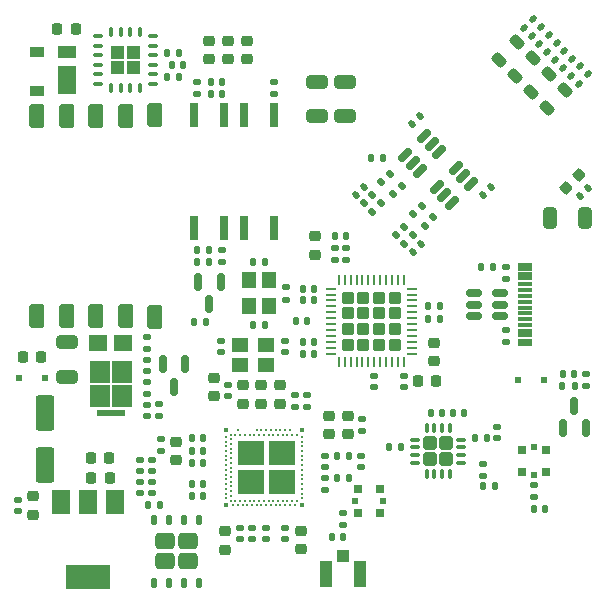
<source format=gtp>
G04 #@! TF.GenerationSoftware,KiCad,Pcbnew,(6.0.9)*
G04 #@! TF.CreationDate,2022-11-26T18:32:43+01:00*
G04 #@! TF.ProjectId,repeat-hw,72657065-6174-42d6-9877-2e6b69636164,rev?*
G04 #@! TF.SameCoordinates,Original*
G04 #@! TF.FileFunction,Paste,Top*
G04 #@! TF.FilePolarity,Positive*
%FSLAX46Y46*%
G04 Gerber Fmt 4.6, Leading zero omitted, Abs format (unit mm)*
G04 Created by KiCad (PCBNEW (6.0.9)) date 2022-11-26 18:32:43*
%MOMM*%
%LPD*%
G01*
G04 APERTURE LIST*
G04 Aperture macros list*
%AMRoundRect*
0 Rectangle with rounded corners*
0 $1 Rounding radius*
0 $2 $3 $4 $5 $6 $7 $8 $9 X,Y pos of 4 corners*
0 Add a 4 corners polygon primitive as box body*
4,1,4,$2,$3,$4,$5,$6,$7,$8,$9,$2,$3,0*
0 Add four circle primitives for the rounded corners*
1,1,$1+$1,$2,$3*
1,1,$1+$1,$4,$5*
1,1,$1+$1,$6,$7*
1,1,$1+$1,$8,$9*
0 Add four rect primitives between the rounded corners*
20,1,$1+$1,$2,$3,$4,$5,0*
20,1,$1+$1,$4,$5,$6,$7,0*
20,1,$1+$1,$6,$7,$8,$9,0*
20,1,$1+$1,$8,$9,$2,$3,0*%
G04 Aperture macros list end*
%ADD10C,0.400000*%
%ADD11R,2.200000X2.000000*%
%ADD12C,0.250000*%
%ADD13C,0.200000*%
%ADD14RoundRect,0.225000X0.250000X-0.225000X0.250000X0.225000X-0.250000X0.225000X-0.250000X-0.225000X0*%
%ADD15RoundRect,0.135000X0.185000X-0.135000X0.185000X0.135000X-0.185000X0.135000X-0.185000X-0.135000X0*%
%ADD16R,1.500000X2.400000*%
%ADD17R,1.500000X1.050000*%
%ADD18RoundRect,0.135000X0.035355X-0.226274X0.226274X-0.035355X-0.035355X0.226274X-0.226274X0.035355X0*%
%ADD19RoundRect,0.140000X-0.219203X-0.021213X-0.021213X-0.219203X0.219203X0.021213X0.021213X0.219203X0*%
%ADD20RoundRect,0.140000X0.140000X0.170000X-0.140000X0.170000X-0.140000X-0.170000X0.140000X-0.170000X0*%
%ADD21RoundRect,0.135000X-0.035355X0.226274X-0.226274X0.035355X0.035355X-0.226274X0.226274X-0.035355X0*%
%ADD22RoundRect,0.150000X-0.256326X-0.468458X0.468458X0.256326X0.256326X0.468458X-0.468458X-0.256326X0*%
%ADD23RoundRect,0.218750X-0.114905X0.424264X-0.424264X0.114905X0.114905X-0.424264X0.424264X-0.114905X0*%
%ADD24RoundRect,0.140000X-0.170000X0.140000X-0.170000X-0.140000X0.170000X-0.140000X0.170000X0.140000X0*%
%ADD25RoundRect,0.140000X-0.140000X-0.170000X0.140000X-0.170000X0.140000X0.170000X-0.140000X0.170000X0*%
%ADD26RoundRect,0.135000X-0.135000X-0.185000X0.135000X-0.185000X0.135000X0.185000X-0.135000X0.185000X0*%
%ADD27RoundRect,0.225000X-0.250000X0.225000X-0.250000X-0.225000X0.250000X-0.225000X0.250000X0.225000X0*%
%ADD28RoundRect,0.250000X0.650000X-0.325000X0.650000X0.325000X-0.650000X0.325000X-0.650000X-0.325000X0*%
%ADD29RoundRect,0.225000X-0.225000X-0.250000X0.225000X-0.250000X0.225000X0.250000X-0.225000X0.250000X0*%
%ADD30RoundRect,0.140000X0.170000X-0.140000X0.170000X0.140000X-0.170000X0.140000X-0.170000X-0.140000X0*%
%ADD31R,1.200000X0.900000*%
%ADD32R,0.640000X2.000000*%
%ADD33RoundRect,0.135000X-0.185000X0.135000X-0.185000X-0.135000X0.185000X-0.135000X0.185000X0.135000X0*%
%ADD34RoundRect,0.150000X-0.150000X0.587500X-0.150000X-0.587500X0.150000X-0.587500X0.150000X0.587500X0*%
%ADD35RoundRect,0.140000X0.219203X0.021213X0.021213X0.219203X-0.219203X-0.021213X-0.021213X-0.219203X0*%
%ADD36R,0.500000X0.500000*%
%ADD37R,1.150000X0.300000*%
%ADD38RoundRect,0.250000X-0.285000X0.285000X-0.285000X-0.285000X0.285000X-0.285000X0.285000X0.285000X0*%
%ADD39RoundRect,0.062500X-0.062500X0.337500X-0.062500X-0.337500X0.062500X-0.337500X0.062500X0.337500X0*%
%ADD40RoundRect,0.062500X-0.337500X0.062500X-0.337500X-0.062500X0.337500X-0.062500X0.337500X0.062500X0*%
%ADD41RoundRect,0.218750X0.256250X-0.218750X0.256250X0.218750X-0.256250X0.218750X-0.256250X-0.218750X0*%
%ADD42O,0.300000X0.950000*%
%ADD43O,0.950000X0.300000*%
%ADD44RoundRect,0.250000X-0.550000X1.250000X-0.550000X-1.250000X0.550000X-1.250000X0.550000X1.250000X0*%
%ADD45RoundRect,0.135000X0.135000X0.185000X-0.135000X0.185000X-0.135000X-0.185000X0.135000X-0.185000X0*%
%ADD46R,1.000000X1.050000*%
%ADD47R,1.050000X2.200000*%
%ADD48RoundRect,0.225000X0.017678X-0.335876X0.335876X-0.017678X-0.017678X0.335876X-0.335876X0.017678X0*%
%ADD49RoundRect,0.250000X0.325000X0.650000X-0.325000X0.650000X-0.325000X-0.650000X0.325000X-0.650000X0*%
%ADD50RoundRect,0.250000X0.555000X-0.435000X0.555000X0.435000X-0.555000X0.435000X-0.555000X-0.435000X0*%
%ADD51RoundRect,0.125000X0.125000X-0.262500X0.125000X0.262500X-0.125000X0.262500X-0.125000X-0.262500X0*%
%ADD52RoundRect,0.127000X-0.508000X0.888000X-0.508000X-0.888000X0.508000X-0.888000X0.508000X0.888000X0*%
%ADD53RoundRect,0.140000X-0.021213X0.219203X-0.219203X0.021213X0.021213X-0.219203X0.219203X-0.021213X0*%
%ADD54R,1.400000X1.200000*%
%ADD55R,1.500000X2.000000*%
%ADD56R,3.800000X2.000000*%
%ADD57R,1.700000X1.900000*%
%ADD58R,2.400000X0.600000*%
%ADD59R,1.600000X1.440000*%
%ADD60RoundRect,0.150000X0.150000X-0.587500X0.150000X0.587500X-0.150000X0.587500X-0.150000X-0.587500X0*%
%ADD61R,1.200000X1.400000*%
%ADD62R,0.580000X0.500000*%
%ADD63R,0.800000X0.750000*%
%ADD64RoundRect,0.150000X-0.512500X-0.150000X0.512500X-0.150000X0.512500X0.150000X-0.512500X0.150000X0*%
%ADD65R,0.500000X0.580000*%
%ADD66R,0.750000X0.800000*%
%ADD67RoundRect,0.250000X0.335000X0.335000X-0.335000X0.335000X-0.335000X-0.335000X0.335000X-0.335000X0*%
%ADD68RoundRect,0.075000X0.337500X0.075000X-0.337500X0.075000X-0.337500X-0.075000X0.337500X-0.075000X0*%
%ADD69RoundRect,0.075000X0.075000X0.337500X-0.075000X0.337500X-0.075000X-0.337500X0.075000X-0.337500X0*%
%ADD70RoundRect,0.140000X0.021213X-0.219203X0.219203X-0.021213X-0.021213X0.219203X-0.219203X0.021213X0*%
G04 APERTURE END LIST*
G36*
X139600000Y-83800000D02*
G01*
X140700000Y-83800000D01*
X140700000Y-82700000D01*
X139600000Y-82700000D01*
X139600000Y-83800000D01*
G37*
G36*
X139600000Y-85100000D02*
G01*
X140700000Y-85100000D01*
X140700000Y-84000000D01*
X139600000Y-84000000D01*
X139600000Y-85100000D01*
G37*
G36*
X140900000Y-85100000D02*
G01*
X142000000Y-85100000D01*
X142000000Y-84000000D01*
X140900000Y-84000000D01*
X140900000Y-85100000D01*
G37*
G36*
X140900000Y-83800000D02*
G01*
X142000000Y-83800000D01*
X142000000Y-82700000D01*
X140900000Y-82700000D01*
X140900000Y-83800000D01*
G37*
D10*
X155700000Y-121600000D03*
D11*
X154000000Y-117200000D03*
D10*
X155700000Y-115200000D03*
D11*
X151400000Y-117200000D03*
X151400000Y-119625000D03*
D10*
X149300000Y-121600000D03*
D11*
X154000000Y-119625000D03*
D10*
X149300000Y-115200000D03*
D12*
X150300000Y-115200000D03*
X151900000Y-115200000D03*
X152300000Y-115200000D03*
X152700000Y-115200000D03*
X153100000Y-115200000D03*
X153500000Y-115200000D03*
X153900000Y-115200000D03*
X154300000Y-115200000D03*
X154700000Y-115200000D03*
X149300000Y-119400000D03*
X155700000Y-119400000D03*
X149700000Y-119600000D03*
X149300000Y-119800000D03*
X155700000Y-119800000D03*
X149700000Y-120000000D03*
X149300000Y-120200000D03*
X155700000Y-120200000D03*
X149700000Y-120400000D03*
X149300000Y-120600000D03*
X155700000Y-120600000D03*
X149700000Y-120800000D03*
X149300000Y-121000000D03*
X155700000Y-121000000D03*
X149700000Y-121200000D03*
X150100000Y-121200000D03*
X150500000Y-121200000D03*
X150900000Y-121200000D03*
X151300000Y-121200000D03*
X151700000Y-121200000D03*
X152100000Y-121200000D03*
X152500000Y-121200000D03*
X152900000Y-121200000D03*
X153300000Y-121200000D03*
X153700000Y-121200000D03*
X154100000Y-121200000D03*
X154500000Y-121200000D03*
X154900000Y-121200000D03*
X155300000Y-121200000D03*
D13*
X149900000Y-121600000D03*
D12*
X150300000Y-121600000D03*
X150700000Y-121600000D03*
X151100000Y-121600000D03*
X151500000Y-121600000D03*
X151900000Y-121600000D03*
X152300000Y-121600000D03*
X152700000Y-121600000D03*
X153100000Y-121600000D03*
X153500000Y-121600000D03*
X153900000Y-121600000D03*
X154300000Y-121600000D03*
X154700000Y-121600000D03*
X155100000Y-121600000D03*
X149700000Y-115600000D03*
X150100000Y-115600000D03*
X150500000Y-115600000D03*
X150900000Y-115600000D03*
X151300000Y-115600000D03*
X151700000Y-115600000D03*
X152100000Y-115600000D03*
X152500000Y-115600000D03*
X152900000Y-115600000D03*
X153300000Y-115600000D03*
X153700000Y-115600000D03*
X154100000Y-115600000D03*
X154500000Y-115600000D03*
X154900000Y-115600000D03*
X155300000Y-115600000D03*
X149300000Y-115800000D03*
X155700000Y-115800000D03*
X149700000Y-116000000D03*
X149300000Y-116200000D03*
X155700000Y-116200000D03*
X149700000Y-116400000D03*
X149300000Y-116600000D03*
X155700000Y-116600000D03*
X149700000Y-116800000D03*
X149300000Y-117000000D03*
X155700000Y-117000000D03*
X149700000Y-117200000D03*
X149300000Y-117400000D03*
X155700000Y-117400000D03*
X149700000Y-117600000D03*
X149300000Y-117800000D03*
X155700000Y-117800000D03*
X149700000Y-118000000D03*
X149300000Y-118200000D03*
X155700000Y-118200000D03*
X149700000Y-118400000D03*
X149300000Y-118600000D03*
X155700000Y-118600000D03*
X149700000Y-118800000D03*
X149300000Y-119000000D03*
X155700000Y-119000000D03*
X149700000Y-119200000D03*
D14*
X156800000Y-100375000D03*
X156800000Y-98825000D03*
D15*
X142600000Y-112210000D03*
X142600000Y-111190000D03*
D16*
X135800000Y-85580000D03*
D17*
X135800000Y-83205000D03*
D15*
X143650000Y-114060000D03*
X143650000Y-113040000D03*
D18*
X160971466Y-96021427D03*
X161692714Y-95300179D03*
D19*
X178523940Y-85214752D03*
X179202762Y-85893574D03*
D20*
X152580000Y-106360000D03*
X151620000Y-106360000D03*
D21*
X165877638Y-96232412D03*
X165156390Y-96953660D03*
D22*
X167123915Y-94632583D03*
X167795666Y-95304334D03*
X168467417Y-95976085D03*
X170076085Y-94367417D03*
X169404334Y-93695666D03*
X168732583Y-93023915D03*
D23*
X175301301Y-83742202D03*
X173798699Y-85244804D03*
D24*
X150500000Y-123520000D03*
X150500000Y-124480000D03*
D25*
X142720000Y-121600000D03*
X143680000Y-121600000D03*
D26*
X161590000Y-92200000D03*
X162610000Y-92200000D03*
D27*
X133000000Y-120825000D03*
X133000000Y-122375000D03*
D26*
X146620000Y-106100000D03*
X147640000Y-106100000D03*
D14*
X149460000Y-83815000D03*
X149460000Y-82265000D03*
D28*
X135800000Y-110695000D03*
X135800000Y-107745000D03*
D29*
X137875000Y-117600000D03*
X139425000Y-117600000D03*
D20*
X147380000Y-119800000D03*
X146420000Y-119800000D03*
D30*
X156150000Y-113230000D03*
X156150000Y-112270000D03*
D20*
X147380000Y-115925000D03*
X146420000Y-115925000D03*
D31*
X133300000Y-86530000D03*
X133300000Y-83230000D03*
D24*
X152700000Y-123520000D03*
X152700000Y-124480000D03*
D18*
X164378573Y-99428533D03*
X165099821Y-98707285D03*
D32*
X146630000Y-98090000D03*
X149170000Y-98090000D03*
X149170000Y-88590000D03*
X146630000Y-88590000D03*
D18*
X163671466Y-98721427D03*
X164392714Y-98000179D03*
D20*
X159680000Y-117420000D03*
X158720000Y-117420000D03*
D30*
X148900000Y-108630000D03*
X148900000Y-107670000D03*
D24*
X142600000Y-113110000D03*
X142600000Y-114070000D03*
D30*
X155150000Y-113230000D03*
X155150000Y-112270000D03*
D24*
X131700000Y-121120000D03*
X131700000Y-122080000D03*
D29*
X135025000Y-81300000D03*
X136575000Y-81300000D03*
D25*
X147990000Y-85750000D03*
X148950000Y-85750000D03*
D30*
X149500000Y-112380000D03*
X149500000Y-111420000D03*
D19*
X177958255Y-83093432D03*
X178637077Y-83772254D03*
D20*
X178780000Y-110500000D03*
X177820000Y-110500000D03*
D29*
X137897500Y-119300000D03*
X139447500Y-119300000D03*
D33*
X154340000Y-103150000D03*
X154340000Y-104170000D03*
D34*
X145850000Y-109662500D03*
X143950000Y-109662500D03*
X144900000Y-111537500D03*
D20*
X167587500Y-113820000D03*
X166627500Y-113820000D03*
D24*
X143000000Y-119620000D03*
X143000000Y-120580000D03*
X154300000Y-123520000D03*
X154300000Y-124480000D03*
D14*
X148250000Y-112375000D03*
X148250000Y-110825000D03*
D30*
X172262500Y-115900000D03*
X172262500Y-114940000D03*
X171100000Y-119080000D03*
X171100000Y-118120000D03*
D25*
X155220000Y-106000000D03*
X156180000Y-106000000D03*
D35*
X177293574Y-82428751D03*
X176614752Y-81749929D03*
D15*
X142600000Y-108360000D03*
X142600000Y-107340000D03*
D28*
X157000000Y-88675000D03*
X157000000Y-85725000D03*
D27*
X166900000Y-107825000D03*
X166900000Y-109375000D03*
D14*
X150750000Y-112975000D03*
X150750000Y-111425000D03*
D35*
X175172254Y-81863066D03*
X174493432Y-81184244D03*
D15*
X146850000Y-86770000D03*
X146850000Y-85750000D03*
D20*
X171362500Y-115900000D03*
X170402500Y-115900000D03*
D25*
X166420000Y-105800000D03*
X167380000Y-105800000D03*
D36*
X174035000Y-111020000D03*
X176235000Y-111020000D03*
D37*
X174615000Y-107950000D03*
X174615000Y-107150000D03*
X174615000Y-105850000D03*
X174615000Y-104850000D03*
X174615000Y-104350000D03*
X174615000Y-103350000D03*
X174615000Y-102050000D03*
X174615000Y-101250000D03*
X174615000Y-101550000D03*
X174615000Y-102350000D03*
X174615000Y-102850000D03*
X174615000Y-103850000D03*
X174615000Y-105350000D03*
X174615000Y-106350000D03*
X174615000Y-106850000D03*
X174615000Y-107650000D03*
D20*
X156780000Y-104250000D03*
X155820000Y-104250000D03*
D15*
X173000000Y-102410000D03*
X173000000Y-101390000D03*
D21*
X166867588Y-97222361D03*
X166146340Y-97943609D03*
D38*
X162260000Y-106660000D03*
X162260000Y-105340000D03*
X162260000Y-104020000D03*
X163580000Y-105340000D03*
X163580000Y-104020000D03*
X159620000Y-106660000D03*
X159620000Y-107980000D03*
X160940000Y-107980000D03*
X160940000Y-105340000D03*
X163580000Y-107980000D03*
X163580000Y-106660000D03*
X160940000Y-106660000D03*
X162260000Y-107980000D03*
X159620000Y-105340000D03*
X160940000Y-104020000D03*
X159620000Y-104020000D03*
D39*
X164350000Y-102550000D03*
X163850000Y-102550000D03*
X163350000Y-102550000D03*
X162850000Y-102550000D03*
X162350000Y-102550000D03*
X161850000Y-102550000D03*
X161350000Y-102550000D03*
X160850000Y-102550000D03*
X160350000Y-102550000D03*
X159850000Y-102550000D03*
X159350000Y-102550000D03*
X158850000Y-102550000D03*
D40*
X158150000Y-103250000D03*
X158150000Y-103750000D03*
X158150000Y-104250000D03*
X158150000Y-104750000D03*
X158150000Y-105250000D03*
X158150000Y-105750000D03*
X158150000Y-106250000D03*
X158150000Y-106750000D03*
X158150000Y-107250000D03*
X158150000Y-107750000D03*
X158150000Y-108250000D03*
X158150000Y-108750000D03*
D39*
X158850000Y-109450000D03*
X159350000Y-109450000D03*
X159850000Y-109450000D03*
X160350000Y-109450000D03*
X160850000Y-109450000D03*
X161350000Y-109450000D03*
X161850000Y-109450000D03*
X162350000Y-109450000D03*
X162850000Y-109450000D03*
X163350000Y-109450000D03*
X163850000Y-109450000D03*
X164350000Y-109450000D03*
D40*
X165050000Y-108750000D03*
X165050000Y-108250000D03*
X165050000Y-107750000D03*
X165050000Y-107250000D03*
X165050000Y-106750000D03*
X165050000Y-106250000D03*
X165050000Y-105750000D03*
X165050000Y-105250000D03*
X165050000Y-104750000D03*
X165050000Y-104250000D03*
X165050000Y-103750000D03*
X165050000Y-103250000D03*
D20*
X156780000Y-108750000D03*
X155820000Y-108750000D03*
D15*
X159500000Y-100810000D03*
X159500000Y-99790000D03*
D36*
X134000000Y-110800000D03*
X131800000Y-110800000D03*
D41*
X158000000Y-115587500D03*
X158000000Y-114012500D03*
D42*
X139600000Y-86250000D03*
X140400000Y-86250000D03*
X141200000Y-86250000D03*
X142000000Y-86250000D03*
D43*
X143150000Y-85900000D03*
X143150000Y-85100000D03*
X143150000Y-84300000D03*
X143150000Y-83500000D03*
X143150000Y-82700000D03*
X143150000Y-81900000D03*
D42*
X142000000Y-81550000D03*
X141200000Y-81550000D03*
X140400000Y-81550000D03*
X139600000Y-81550000D03*
D43*
X138450000Y-81900000D03*
X138450000Y-82700000D03*
X138450000Y-83500000D03*
X138450000Y-84300000D03*
X138450000Y-85100000D03*
X138450000Y-85900000D03*
D15*
X143800000Y-116960000D03*
X143800000Y-115940000D03*
D20*
X156780000Y-107750000D03*
X155820000Y-107750000D03*
D27*
X155650000Y-123775000D03*
X155650000Y-125325000D03*
D25*
X147990000Y-86750000D03*
X148950000Y-86750000D03*
D44*
X134000000Y-113800000D03*
X134000000Y-118200000D03*
D24*
X157700000Y-117420000D03*
X157700000Y-118380000D03*
D45*
X145360000Y-85300000D03*
X144340000Y-85300000D03*
D25*
X166420000Y-104750000D03*
X167380000Y-104750000D03*
D27*
X149200000Y-123795000D03*
X149200000Y-125345000D03*
D30*
X160850000Y-115280000D03*
X160850000Y-114320000D03*
D26*
X177790000Y-111500000D03*
X178810000Y-111500000D03*
D23*
X176644804Y-85085705D03*
X175142202Y-86588307D03*
D20*
X145680000Y-84300000D03*
X144720000Y-84300000D03*
D46*
X159200000Y-125900000D03*
D47*
X160675000Y-127425000D03*
X157725000Y-127425000D03*
D29*
X132125000Y-109000000D03*
X133675000Y-109000000D03*
D27*
X145100000Y-116225000D03*
X145100000Y-117775000D03*
D24*
X142000000Y-117720000D03*
X142000000Y-118680000D03*
D48*
X178051992Y-94748008D03*
X179148008Y-93651992D03*
D49*
X179675000Y-97236789D03*
X176725000Y-97236789D03*
D30*
X159200000Y-123230000D03*
X159200000Y-122270000D03*
D33*
X158500000Y-99790000D03*
X158500000Y-100810000D03*
D28*
X159350000Y-88675000D03*
X159350000Y-85725000D03*
D50*
X144100000Y-126350000D03*
X146100000Y-124650000D03*
X144100000Y-124650000D03*
X146100000Y-126350000D03*
D51*
X143195000Y-128162500D03*
X144465000Y-128162500D03*
X145735000Y-128162500D03*
X147005000Y-128162500D03*
X147005000Y-122837500D03*
X145735000Y-122837500D03*
X144465000Y-122837500D03*
X143195000Y-122837500D03*
D24*
X164350000Y-110651151D03*
X164350000Y-111611151D03*
D52*
X133300000Y-88600000D03*
X135800000Y-88600000D03*
X138300000Y-88600000D03*
X140800000Y-88600000D03*
X143300000Y-88575000D03*
X143300000Y-105625000D03*
X140800000Y-105600000D03*
X138300000Y-105600000D03*
X135800000Y-105600000D03*
X133300000Y-105600000D03*
D41*
X153850000Y-112987500D03*
X153850000Y-111412500D03*
D29*
X165525000Y-111100000D03*
X167075000Y-111100000D03*
D30*
X142600000Y-110230000D03*
X142600000Y-109270000D03*
D14*
X147860000Y-83815000D03*
X147860000Y-82265000D03*
D20*
X156780000Y-103250000D03*
X155820000Y-103250000D03*
D24*
X161850000Y-110642283D03*
X161850000Y-111602283D03*
D20*
X164080000Y-116675000D03*
X163120000Y-116675000D03*
D53*
X160957837Y-94607727D03*
X160279015Y-95286549D03*
D54*
X150500000Y-109750000D03*
X152700000Y-109750000D03*
X152700000Y-108050000D03*
X150500000Y-108050000D03*
D22*
X164423915Y-91932583D03*
X165095666Y-92604334D03*
X165767417Y-93276085D03*
X167376085Y-91667417D03*
X166704334Y-90995666D03*
X166032583Y-90323915D03*
D25*
X151620000Y-100960000D03*
X152580000Y-100960000D03*
D53*
X165785715Y-99435605D03*
X165106893Y-100114427D03*
D19*
X175836935Y-82527747D03*
X176515757Y-83206569D03*
D35*
X177859259Y-84550071D03*
X177180437Y-83871249D03*
D23*
X177988307Y-86429208D03*
X176485705Y-87931810D03*
D26*
X144340000Y-83300000D03*
X145360000Y-83300000D03*
D14*
X152300000Y-112975000D03*
X152300000Y-111425000D03*
D55*
X139900000Y-121350000D03*
D56*
X137600000Y-127650000D03*
D55*
X137600000Y-121350000D03*
X135300000Y-121350000D03*
D24*
X142000000Y-119620000D03*
X142000000Y-120580000D03*
D26*
X170928016Y-101454277D03*
X171948016Y-101454277D03*
D57*
X138606000Y-112370000D03*
X140506000Y-112370000D03*
X138606000Y-110270000D03*
X140506000Y-110270000D03*
D58*
X139556000Y-113820000D03*
D59*
X140621000Y-107890000D03*
X138491000Y-107890000D03*
D24*
X154300000Y-107670000D03*
X154300000Y-108630000D03*
X143000000Y-117720000D03*
X143000000Y-118680000D03*
D15*
X153370000Y-86790000D03*
X153370000Y-85770000D03*
D53*
X165739411Y-88660589D03*
X165060589Y-89339411D03*
D24*
X160700000Y-117420000D03*
X160700000Y-118380000D03*
D60*
X177850000Y-115037500D03*
X179750000Y-115037500D03*
X178800000Y-113162500D03*
D20*
X159480000Y-98800000D03*
X158520000Y-98800000D03*
D15*
X157700000Y-120310000D03*
X157700000Y-119290000D03*
D35*
X179980580Y-85115757D03*
X179301758Y-84436935D03*
D32*
X153370000Y-88590000D03*
X150830000Y-88590000D03*
X150830000Y-98090000D03*
X153370000Y-98090000D03*
D15*
X179800000Y-111510000D03*
X179800000Y-110490000D03*
D33*
X148950000Y-99990000D03*
X148950000Y-101010000D03*
D25*
X171100000Y-120000000D03*
X172060000Y-120000000D03*
X168482500Y-113820000D03*
X169442500Y-113820000D03*
D20*
X159200000Y-124250000D03*
X158240000Y-124250000D03*
D61*
X152950000Y-104760000D03*
X152950000Y-102560000D03*
X151250000Y-102560000D03*
X151250000Y-104760000D03*
D20*
X147380000Y-117000000D03*
X146420000Y-117000000D03*
X147380000Y-118050000D03*
X146420000Y-118050000D03*
D18*
X161690657Y-96730636D03*
X162411905Y-96009388D03*
D34*
X148850000Y-102662500D03*
X146950000Y-102662500D03*
X147900000Y-104537500D03*
D25*
X175349999Y-121875001D03*
X176309999Y-121875001D03*
D14*
X159600000Y-115575000D03*
X159600000Y-114025000D03*
D62*
X160240000Y-121200000D03*
X162560000Y-121200000D03*
D63*
X162350000Y-122225000D03*
X160450000Y-120175000D03*
X160450000Y-122225000D03*
X162350000Y-120175000D03*
D64*
X170262500Y-103650000D03*
X170262500Y-104600000D03*
X170262500Y-105550000D03*
X172537500Y-105550000D03*
X172537500Y-104600000D03*
X172537500Y-103650000D03*
D45*
X147870000Y-100000000D03*
X146850000Y-100000000D03*
D19*
X175271249Y-80406426D03*
X175950071Y-81085248D03*
D65*
X175350000Y-119007204D03*
X175350000Y-116687204D03*
D66*
X176375000Y-118797204D03*
X176375000Y-116897204D03*
X174325000Y-118797204D03*
X174325000Y-116897204D03*
D25*
X158720000Y-119300000D03*
X159680000Y-119300000D03*
D20*
X147380000Y-120800000D03*
X146420000Y-120800000D03*
D21*
X163177639Y-93532412D03*
X162456391Y-94253660D03*
D23*
X173957798Y-82398699D03*
X172455196Y-83901301D03*
D53*
X171739411Y-94660589D03*
X171060589Y-95339411D03*
D67*
X166587500Y-116325000D03*
X167937500Y-117675000D03*
X167937500Y-116325000D03*
X166587500Y-117675000D03*
D68*
X169225000Y-117975000D03*
X169225000Y-117325000D03*
X169225000Y-116675000D03*
X169225000Y-116025000D03*
D69*
X168237500Y-115037500D03*
X167587500Y-115037500D03*
X166937500Y-115037500D03*
X166287500Y-115037500D03*
D68*
X165300000Y-116025000D03*
X165300000Y-116675000D03*
X165300000Y-117325000D03*
X165300000Y-117975000D03*
D69*
X166287500Y-118962500D03*
X166937500Y-118962500D03*
X167587500Y-118962500D03*
X168237500Y-118962500D03*
D25*
X146880000Y-101000000D03*
X147840000Y-101000000D03*
D33*
X173000000Y-106790000D03*
X173000000Y-107810000D03*
D24*
X151500000Y-123520000D03*
X151500000Y-124480000D03*
D14*
X151060000Y-83815000D03*
X151060000Y-82265000D03*
D30*
X175350000Y-120855000D03*
X175350000Y-119895000D03*
D70*
X179250539Y-95387940D03*
X179929361Y-94709118D03*
D21*
X164167588Y-94522361D03*
X163446340Y-95243609D03*
M02*

</source>
